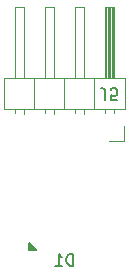
<source format=gbo>
%TF.GenerationSoftware,KiCad,Pcbnew,5.1.0*%
%TF.CreationDate,2019-04-08T01:09:11+02:00*%
%TF.ProjectId,Illumination-PLCC6,496c6c75-6d69-46e6-9174-696f6e2d504c,rev?*%
%TF.SameCoordinates,Original*%
%TF.FileFunction,Legend,Bot*%
%TF.FilePolarity,Positive*%
%FSLAX46Y46*%
G04 Gerber Fmt 4.6, Leading zero omitted, Abs format (unit mm)*
G04 Created by KiCad (PCBNEW 5.1.0) date 2019-04-08 01:09:11*
%MOMM*%
%LPD*%
G04 APERTURE LIST*
%ADD10C,0.150000*%
%ADD11C,0.120000*%
%ADD12R,0.650000X1.400000*%
%ADD13R,3.300000X1.250000*%
%ADD14R,3.300000X1.000000*%
%ADD15R,2.100000X2.100000*%
%ADD16O,2.100000X2.100000*%
%ADD17C,1.000200*%
G04 APERTURE END LIST*
D10*
G36*
X114500000Y-152400000D02*
G01*
X115100000Y-153000000D01*
X114500000Y-153000000D01*
X114500000Y-152400000D01*
G37*
X114500000Y-152400000D02*
X115100000Y-153000000D01*
X114500000Y-153000000D01*
X114500000Y-152400000D01*
D11*
X122640000Y-141060000D02*
X112360000Y-141060000D01*
X112360000Y-141060000D02*
X112360000Y-138400000D01*
X112360000Y-138400000D02*
X122640000Y-138400000D01*
X122640000Y-138400000D02*
X122640000Y-141060000D01*
X121690000Y-138400000D02*
X121690000Y-132400000D01*
X121690000Y-132400000D02*
X120930000Y-132400000D01*
X120930000Y-132400000D02*
X120930000Y-138400000D01*
X121630000Y-138400000D02*
X121630000Y-132400000D01*
X121510000Y-138400000D02*
X121510000Y-132400000D01*
X121390000Y-138400000D02*
X121390000Y-132400000D01*
X121270000Y-138400000D02*
X121270000Y-132400000D01*
X121150000Y-138400000D02*
X121150000Y-132400000D01*
X121030000Y-138400000D02*
X121030000Y-132400000D01*
X121690000Y-141390000D02*
X121690000Y-141060000D01*
X120930000Y-141390000D02*
X120930000Y-141060000D01*
X120040000Y-141060000D02*
X120040000Y-138400000D01*
X119150000Y-138400000D02*
X119150000Y-132400000D01*
X119150000Y-132400000D02*
X118390000Y-132400000D01*
X118390000Y-132400000D02*
X118390000Y-138400000D01*
X119150000Y-141457071D02*
X119150000Y-141060000D01*
X118390000Y-141457071D02*
X118390000Y-141060000D01*
X117500000Y-141060000D02*
X117500000Y-138400000D01*
X116610000Y-138400000D02*
X116610000Y-132400000D01*
X116610000Y-132400000D02*
X115850000Y-132400000D01*
X115850000Y-132400000D02*
X115850000Y-138400000D01*
X116610000Y-141457071D02*
X116610000Y-141060000D01*
X115850000Y-141457071D02*
X115850000Y-141060000D01*
X114960000Y-141060000D02*
X114960000Y-138400000D01*
X114070000Y-138400000D02*
X114070000Y-132400000D01*
X114070000Y-132400000D02*
X113310000Y-132400000D01*
X113310000Y-132400000D02*
X113310000Y-138400000D01*
X114070000Y-141457071D02*
X114070000Y-141060000D01*
X113310000Y-141457071D02*
X113310000Y-141060000D01*
X121310000Y-143770000D02*
X122580000Y-143770000D01*
X122580000Y-143770000D02*
X122580000Y-142500000D01*
D10*
X118238095Y-154302380D02*
X118238095Y-153302380D01*
X118000000Y-153302380D01*
X117857142Y-153350000D01*
X117761904Y-153445238D01*
X117714285Y-153540476D01*
X117666666Y-153730952D01*
X117666666Y-153873809D01*
X117714285Y-154064285D01*
X117761904Y-154159523D01*
X117857142Y-154254761D01*
X118000000Y-154302380D01*
X118238095Y-154302380D01*
X116714285Y-154302380D02*
X117285714Y-154302380D01*
X117000000Y-154302380D02*
X117000000Y-153302380D01*
X117095238Y-153445238D01*
X117190476Y-153540476D01*
X117285714Y-153588095D01*
X120966666Y-140297619D02*
X120966666Y-139583333D01*
X120919047Y-139440476D01*
X120823809Y-139345238D01*
X120680952Y-139297619D01*
X120585714Y-139297619D01*
X121919047Y-140297619D02*
X121442857Y-140297619D01*
X121395238Y-139821428D01*
X121442857Y-139869047D01*
X121538095Y-139916666D01*
X121776190Y-139916666D01*
X121871428Y-139869047D01*
X121919047Y-139821428D01*
X121966666Y-139726190D01*
X121966666Y-139488095D01*
X121919047Y-139392857D01*
X121871428Y-139345238D01*
X121776190Y-139297619D01*
X121538095Y-139297619D01*
X121442857Y-139345238D01*
X121395238Y-139392857D01*
%LPC*%
D12*
X118975000Y-152400000D03*
X118975000Y-147600000D03*
D13*
X119800000Y-150975000D03*
D14*
X119800000Y-150000000D03*
D13*
X119800000Y-149025000D03*
X115200000Y-149025000D03*
D14*
X115200000Y-150000000D03*
D13*
X115200000Y-150975000D03*
D12*
X116025000Y-152400000D03*
X116025000Y-147600000D03*
D15*
X121310000Y-142500000D03*
D16*
X118770000Y-142500000D03*
X116230000Y-142500000D03*
X113690000Y-142500000D03*
D17*
X113000000Y-153750000D03*
X122000000Y-153750000D03*
M02*

</source>
